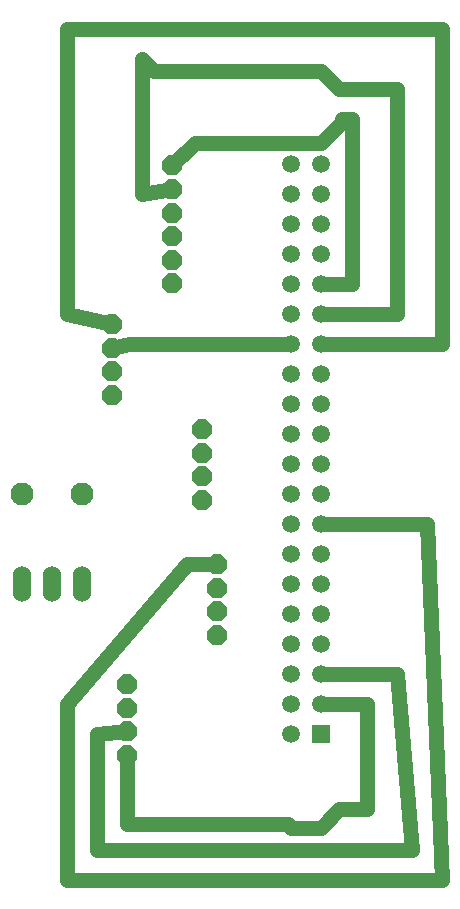
<source format=gbr>
%TF.GenerationSoftware,KiCad,Pcbnew,8.0.7*%
%TF.CreationDate,2025-04-14T16:04:07-05:00*%
%TF.ProjectId,TeXploRV2,54655870-6c6f-4525-9632-2e6b69636164,rev?*%
%TF.SameCoordinates,Original*%
%TF.FileFunction,Copper,L2,Bot*%
%TF.FilePolarity,Positive*%
%FSLAX46Y46*%
G04 Gerber Fmt 4.6, Leading zero omitted, Abs format (unit mm)*
G04 Created by KiCad (PCBNEW 8.0.7) date 2025-04-14 16:04:07*
%MOMM*%
%LPD*%
G01*
G04 APERTURE LIST*
G04 Aperture macros list*
%AMOutline5P*
0 Free polygon, 5 corners , with rotation*
0 The origin of the aperture is its center*
0 number of corners: always 5*
0 $1 to $10 corner X, Y*
0 $11 Rotation angle, in degrees counterclockwise*
0 create outline with 5 corners*
4,1,5,$1,$2,$3,$4,$5,$6,$7,$8,$9,$10,$1,$2,$11*%
%AMOutline6P*
0 Free polygon, 6 corners , with rotation*
0 The origin of the aperture is its center*
0 number of corners: always 6*
0 $1 to $12 corner X, Y*
0 $13 Rotation angle, in degrees counterclockwise*
0 create outline with 6 corners*
4,1,6,$1,$2,$3,$4,$5,$6,$7,$8,$9,$10,$11,$12,$1,$2,$13*%
%AMOutline7P*
0 Free polygon, 7 corners , with rotation*
0 The origin of the aperture is its center*
0 number of corners: always 7*
0 $1 to $14 corner X, Y*
0 $15 Rotation angle, in degrees counterclockwise*
0 create outline with 7 corners*
4,1,7,$1,$2,$3,$4,$5,$6,$7,$8,$9,$10,$11,$12,$13,$14,$1,$2,$15*%
%AMOutline8P*
0 Free polygon, 8 corners , with rotation*
0 The origin of the aperture is its center*
0 number of corners: always 8*
0 $1 to $16 corner X, Y*
0 $17 Rotation angle, in degrees counterclockwise*
0 create outline with 8 corners*
4,1,8,$1,$2,$3,$4,$5,$6,$7,$8,$9,$10,$11,$12,$13,$14,$15,$16,$1,$2,$17*%
G04 Aperture macros list end*
%TA.AperFunction,ComponentPad*%
%ADD10O,1.524000X3.048000*%
%TD*%
%TA.AperFunction,ComponentPad*%
%ADD11C,1.950000*%
%TD*%
%TA.AperFunction,ComponentPad*%
%ADD12C,1.508000*%
%TD*%
%TA.AperFunction,ComponentPad*%
%ADD13R,1.508000X1.508000*%
%TD*%
%TA.AperFunction,ComponentPad*%
%ADD14Outline8P,-0.838200X0.347194X-0.347194X0.838200X0.347194X0.838200X0.838200X0.347194X0.838200X-0.347194X0.347194X-0.838200X-0.347194X-0.838200X-0.838200X-0.347194X270.000000*%
%TD*%
%TA.AperFunction,ComponentPad*%
%ADD15Outline8P,-0.838200X0.347194X-0.347194X0.838200X0.347194X0.838200X0.838200X0.347194X0.838200X-0.347194X0.347194X-0.838200X-0.347194X-0.838200X-0.838200X-0.347194X90.000000*%
%TD*%
%TA.AperFunction,Conductor*%
%ADD16C,1.270000*%
%TD*%
G04 APERTURE END LIST*
D10*
%TO.P,REGULATOR,3*%
%TO.N,5V*%
X125006100Y-116433600D03*
%TO.P,REGULATOR,2*%
%TO.N,GND*%
X127546100Y-116433600D03*
%TO.P,REGULATOR,1*%
%TO.N,VIN*%
X130086100Y-116433600D03*
%TD*%
D11*
%TO.P,POWER,2*%
%TO.N,GND*%
X125046100Y-108813600D03*
%TO.P,POWER,1*%
%TO.N,VIN*%
X130046100Y-108813600D03*
%TD*%
D12*
%TO.P,U1,40*%
%TO.N,N/C*%
X147796100Y-80873600D03*
%TO.P,U1,39*%
%TO.N,GND_39*%
X150336100Y-80873600D03*
%TO.P,U1,38*%
%TO.N,N/C*%
X147796100Y-83413600D03*
%TO.P,U1,37*%
X150336100Y-83413600D03*
%TO.P,U1,36*%
X147796100Y-85953600D03*
%TO.P,U1,35*%
X150336100Y-85953600D03*
%TO.P,U1,34*%
%TO.N,GND_34*%
X147796100Y-88493600D03*
%TO.P,U1,33*%
%TO.N,N/C*%
X150336100Y-88493600D03*
%TO.P,U1,32*%
X147796100Y-91033600D03*
%TO.P,U1,31*%
%TO.N,STEP*%
X150336100Y-91033600D03*
%TO.P,U1,30*%
%TO.N,GND_30*%
X147796100Y-93573600D03*
%TO.P,U1,29*%
%TO.N,DIR*%
X150336100Y-93573600D03*
%TO.P,U1,28*%
%TO.N,SCL2*%
X147796100Y-96113600D03*
%TO.P,U1,27*%
%TO.N,SDA2*%
X150336100Y-96113600D03*
%TO.P,U1,26*%
%TO.N,N/C*%
X147796100Y-98653600D03*
%TO.P,U1,25*%
%TO.N,GND_25*%
X150336100Y-98653600D03*
%TO.P,U1,24*%
%TO.N,N/C*%
X147796100Y-101193600D03*
%TO.P,U1,23*%
X150336100Y-101193600D03*
%TO.P,U1,22*%
%TO.N,GPIO25*%
X147796100Y-103733600D03*
%TO.P,U1,21*%
%TO.N,N/C*%
X150336100Y-103733600D03*
%TO.P,U1,20*%
%TO.N,GND_20*%
X147796100Y-106273600D03*
%TO.P,U1,19*%
%TO.N,N/C*%
X150336100Y-106273600D03*
%TO.P,U1,18*%
%TO.N,GPIO24*%
X147796100Y-108813600D03*
%TO.P,U1,17*%
%TO.N,3V3_17*%
X150336100Y-108813600D03*
%TO.P,U1,16*%
%TO.N,GPIO23*%
X147796100Y-111353600D03*
%TO.P,U1,15*%
%TO.N,GPIO22*%
X150336100Y-111353600D03*
%TO.P,U1,14*%
%TO.N,GND_14*%
X147796100Y-113893600D03*
%TO.P,U1,13*%
%TO.N,N/C*%
X150336100Y-113893600D03*
%TO.P,U1,12*%
X147796100Y-116433600D03*
%TO.P,U1,11*%
X150336100Y-116433600D03*
%TO.P,U1,10*%
X147796100Y-118973600D03*
%TO.P,U1,9*%
%TO.N,GND_9*%
X150336100Y-118973600D03*
%TO.P,U1,8*%
%TO.N,N/C*%
X147796100Y-121513600D03*
%TO.P,U1,7*%
X150336100Y-121513600D03*
%TO.P,U1,6*%
%TO.N,GND*%
X147796100Y-124053600D03*
%TO.P,U1,5*%
%TO.N,SCL1*%
X150336100Y-124053600D03*
%TO.P,U1,4*%
%TO.N,5V_4*%
X147796100Y-126593600D03*
%TO.P,U1,3*%
%TO.N,SDA1*%
X150336100Y-126593600D03*
%TO.P,U1,2*%
%TO.N,5V*%
X147796100Y-129133600D03*
D13*
%TO.P,U1,1*%
%TO.N,3V3_1*%
X150336100Y-129133600D03*
%TD*%
D14*
%TO.P,BNO1,1*%
%TO.N,SDA1*%
X133896100Y-130863600D03*
%TO.P,BNO1,2*%
%TO.N,SCL1*%
X133896100Y-128863600D03*
%TO.P,BNO1,3*%
%TO.N,5V*%
X133896100Y-126863600D03*
%TO.P,BNO1,4*%
%TO.N,GND*%
X133896100Y-124863600D03*
%TD*%
D15*
%TO.P,BNO2,1*%
%TO.N,SDA2*%
X132626100Y-94383600D03*
%TO.P,BNO2,2*%
%TO.N,SCL2*%
X132626100Y-96383600D03*
%TO.P,BNO2,3*%
%TO.N,5V*%
X132626100Y-98383600D03*
%TO.P,BNO2,4*%
%TO.N,GND*%
X132626100Y-100383600D03*
%TD*%
D14*
%TO.P,DRIVER,5*%
%TO.N,DIR*%
X137706100Y-82953600D03*
%TO.P,DRIVER,4*%
%TO.N,GND*%
X137706100Y-84953600D03*
%TO.P,DRIVER,3*%
%TO.N,5V*%
X137706100Y-86953600D03*
%TO.P,DRIVER,2*%
X137706100Y-88953600D03*
%TO.P,DRIVER,6*%
%TO.N,STEP*%
X137706100Y-80953600D03*
%TO.P,DRIVER,1*%
%TO.N,5V*%
X137706100Y-90953600D03*
%TD*%
D15*
%TO.P,LS1,1*%
%TO.N,GPIO22*%
X141516100Y-114703600D03*
%TO.P,LS1,2*%
%TO.N,GND*%
X141516100Y-116703600D03*
%TO.P,LS1,3*%
%TO.N,GPIO23*%
X141516100Y-118703600D03*
%TO.P,LS1,4*%
%TO.N,GND*%
X141516100Y-120703600D03*
%TD*%
D14*
%TO.P,LS2,1*%
%TO.N,GPIO24*%
X140246100Y-109273600D03*
%TO.P,LS2,2*%
%TO.N,GND*%
X140246100Y-107273600D03*
%TO.P,LS2,3*%
%TO.N,GPIO25*%
X140246100Y-105273600D03*
%TO.P,LS2,4*%
%TO.N,GND*%
X140246100Y-103273600D03*
%TD*%
D16*
%TO.N,GPIO22*%
X128816100Y-126593600D02*
X128816100Y-141452600D01*
X138976100Y-114703600D02*
X128816100Y-126593600D01*
X159296100Y-111353600D02*
X150336100Y-111353600D01*
X160566100Y-141452600D02*
X159296100Y-111353600D01*
X128816100Y-141452600D02*
X160566100Y-141452600D01*
X141516100Y-114703600D02*
X138976100Y-114703600D01*
%TO.N,STEP*%
X152946100Y-91033600D02*
X150336100Y-91033600D01*
X152946100Y-77063600D02*
X152946100Y-91033600D01*
X152092100Y-77063600D02*
X152946100Y-77063600D01*
X139630100Y-79029600D02*
X150319512Y-79029600D01*
X137706100Y-80953600D02*
X139630100Y-79029600D01*
X152092100Y-77257013D02*
X152092100Y-77063600D01*
X150319512Y-79029600D02*
X152092100Y-77257013D01*
%TO.N,DIR*%
X156756100Y-93573600D02*
X150336100Y-93573600D01*
X156756100Y-74523600D02*
X156756100Y-93573600D01*
X136160100Y-72977600D02*
X150319512Y-72977600D01*
X151865512Y-74523600D02*
X156756100Y-74523600D01*
X150319512Y-72977600D02*
X151865512Y-74523600D01*
X135166100Y-71983600D02*
X136160100Y-72977600D01*
X135166100Y-83413600D02*
X135166100Y-71983600D01*
X137706100Y-82953600D02*
X135166100Y-83413600D01*
%TO.N,SCL2*%
X134083715Y-96113600D02*
X132626100Y-96383600D01*
X134083715Y-96113600D02*
X147796100Y-96113600D01*
%TO.N,SDA2*%
X160566100Y-96113600D02*
X150336100Y-96113600D01*
X160566100Y-69443600D02*
X160566100Y-96113600D01*
X128816100Y-69443600D02*
X160566100Y-69443600D01*
X128816100Y-93573600D02*
X128816100Y-69443600D01*
X132626100Y-94383600D02*
X128816100Y-93573600D01*
%TO.N,SCL1*%
X156756100Y-124053600D02*
X150336100Y-124053600D01*
X158026100Y-138912600D02*
X156756100Y-124053600D01*
X131356100Y-138912600D02*
X158026100Y-138912600D01*
X131356100Y-129133600D02*
X131356100Y-138912600D01*
X133896100Y-128863600D02*
X131356100Y-129133600D01*
%TO.N,SDA1*%
X154216100Y-126593600D02*
X150336100Y-126593600D01*
X154216100Y-135483600D02*
X154216100Y-126593600D01*
X151865512Y-135483600D02*
X154216100Y-135483600D01*
X150319512Y-137029600D02*
X151865512Y-135483600D01*
X147536687Y-136753600D02*
X147812687Y-137029600D01*
X133896100Y-136753600D02*
X147536687Y-136753600D01*
X147812687Y-137029600D02*
X150319512Y-137029600D01*
X133896100Y-130863600D02*
X133896100Y-136753600D01*
%TD*%
M02*

</source>
